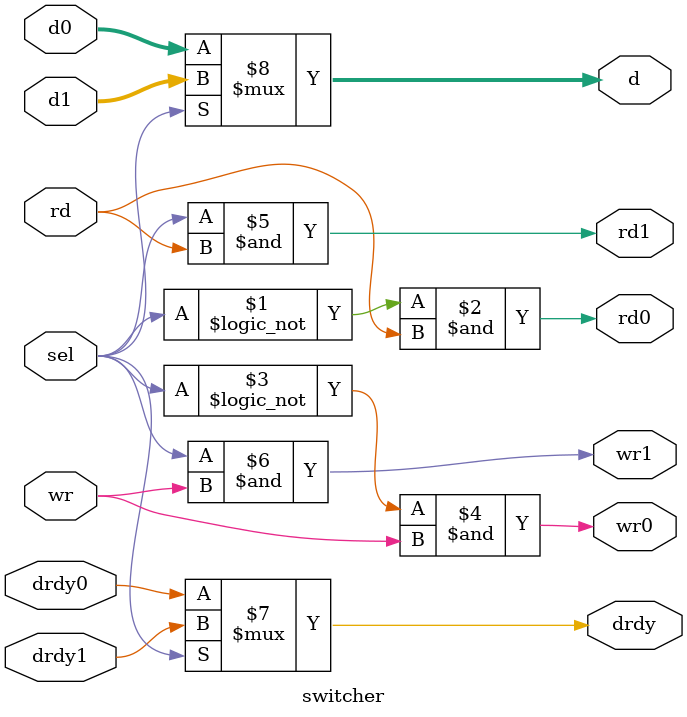
<source format=v>

module switcher(
	input wire sel,
	input wire rd,
	input wire wr,
	output wire rd0,
	output wire rd1,
	output wire wr0,
	output wire wr1,
	input wire drdy0,
	input wire drdy1,
	input wire [7:0]d0,
	input wire [7:0]d1,
	output wire drdy,
	output wire [7:0]d
);

assign rd0 = (!sel) & rd;
assign wr0 = (!sel) & wr;
assign rd1 = ( sel) & rd;
assign wr1 = ( sel) & wr;

assign drdy = sel ? drdy1 : drdy0;
assign d    = sel ? d1 : d0;

endmodule

</source>
